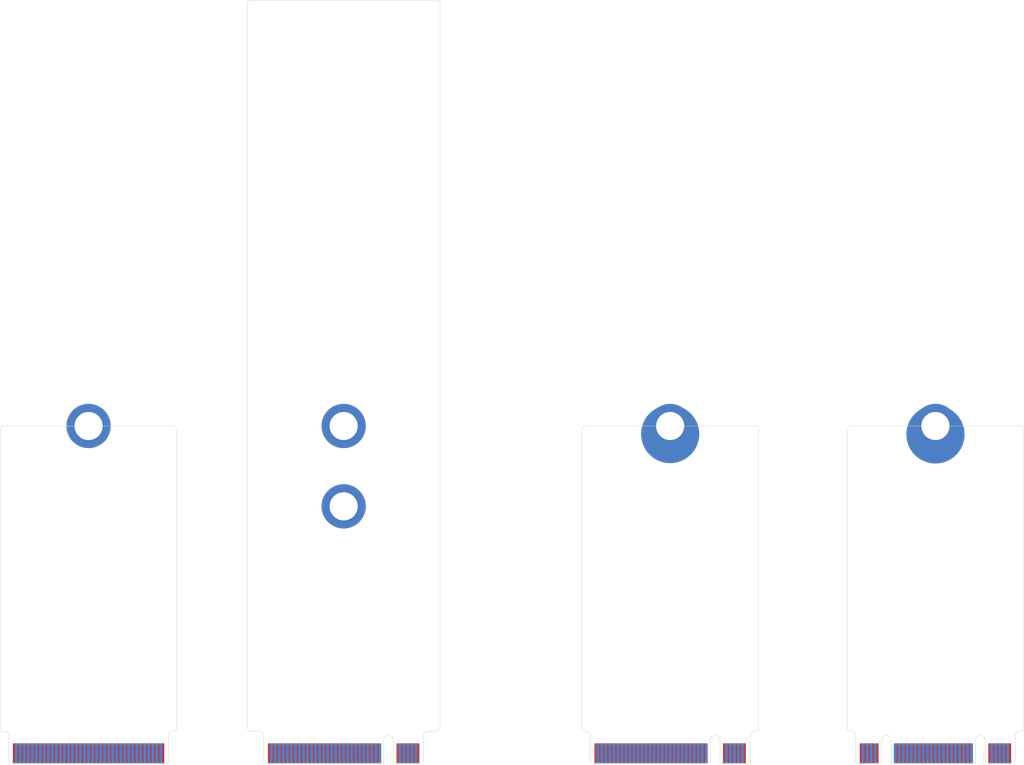
<source format=kicad_pcb>
(kicad_pcb (version 20221018) (generator pcbnew)
  (layers (0 "F.Cu" signal "Top") (31 "B.Cu" signal "Bottom") (34 "B.Paste" user) (35 "F.Paste" user) (36 "B.SilkS" user "B.Silkscreen") (37 "F.SilkS" user "F.Silkscreen") (38 "B.Mask" user) (39 "F.Mask" user) (44 "Edge.Cuts" user))
  (net 0 "")
  (footprint "M.2-Templates:M.2-B-KEY" (layer "F.Cu") (at 168.1861 152.5036)
    (fp_text reference "U$2" hide)
    (fp_text value "M.2-B-KEY" hide)
    (fp_circle (center 0 -41) (end 3 -41) (stroke (width 1.25)) (fill none) (layer "B.Cu"))
    (fp_poly (pts (xy 2.55 -38.45) (xy -2.55 -38.45) (xy -2.55 -43.55) (xy 2.55 -43.55)) (fill solid) (layer "B.Cu"))
    (fp_line (start -11 -41.5) (end -11 -4.2) (stroke (width 0.05)) (layer "Edge.Cuts"))
    (fp_line (start -10.8 -4) (end -10.45 -4) (stroke (width 0.05)) (layer "Edge.Cuts"))
    (fp_line (start -9.95 -3.5) (end -9.95 -0.2) (stroke (width 0.05)) (layer "Edge.Cuts"))
    (fp_line (start -9.75 0) (end 5 0) (stroke (width 0.05)) (layer "Edge.Cuts"))
    (fp_line (start 5 -2.9) (end 5 0) (stroke (width 0.05)) (layer "Edge.Cuts"))
    (fp_line (start 6.2 -2.9) (end 6.2 0) (stroke (width 0.05)) (layer "Edge.Cuts"))
    (fp_line (start 6.2 0) (end 9.75 0) (stroke (width 0.05)) (layer "Edge.Cuts"))
    (fp_line (start 9.95 -0.2) (end 9.95 -3.5) (stroke (width 0.05)) (layer "Edge.Cuts"))
    (fp_line (start 10.45 -4) (end 10.8 -4) (stroke (width 0.05)) (layer "Edge.Cuts"))
    (fp_line (start 10.5 -42) (end -10.5 -42) (stroke (width 0.05)) (layer "Edge.Cuts"))
    (fp_line (start 11 -4.2) (end 11 -41.5) (stroke (width 0.05)) (layer "Edge.Cuts"))
    (fp_arc (start -11 -41.5) (mid -10.853553 -41.853553) (end -10.5 -42) (stroke (width 0.05)) (layer "Edge.Cuts"))
    (fp_arc (start -10.8 -4) (mid -10.941421 -4.058579) (end -11 -4.2) (stroke (width 0.05)) (layer "Edge.Cuts"))
    (fp_arc (start -10.45 -4) (mid -10.096447 -3.853553) (end -9.95 -3.5) (stroke (width 0.05)) (layer "Edge.Cuts"))
    (fp_arc (start -9.75 0) (mid -9.891421 -0.058579) (end -9.95 -0.2) (stroke (width 0.05)) (layer "Edge.Cuts"))
    (fp_arc (start 5 -2.9) (mid 5.175736 -3.324264) (end 5.6 -3.5) (stroke (width 0.05)) (layer "Edge.Cuts"))
    (fp_arc (start 5.6 -3.5) (mid 6.024264 -3.324264) (end 6.2 -2.9) (stroke (width 0.05)) (layer "Edge.Cuts"))
    (fp_arc (start 9.95 -3.5) (mid 10.096447 -3.853553) (end 10.45 -4) (stroke (width 0.05)) (layer "Edge.Cuts"))
    (fp_arc (start 9.95 -0.2) (mid 9.891421 -0.058579) (end 9.75 0) (stroke (width 0.05)) (layer "Edge.Cuts"))
    (fp_arc (start 10.5 -42) (mid 10.853553 -41.853553) (end 11 -41.5) (stroke (width 0.05)) (layer "Edge.Cuts"))
    (fp_arc (start 11 -4.2) (mid 10.941421 -4.058579) (end 10.8 -4) (stroke (width 0.05)) (layer "Edge.Cuts"))
    (pad "MOUNTING-HOLE" thru_hole circle (at 0 -42) (size 5.5 5.5) (drill 3.5) (layers "*.Cu" "*.Mask"))
    (pad "P$1" smd rect (at 9.25 -1.25) (size 0.35 2.5) (layers "F.Cu" "F.Paste" "F.Mask"))
    (pad "P$2" smd rect (at 9 -1.25) (size 0.35 2.5) (layers "B.Cu" "B.Paste" "B.Mask"))
    (pad "P$3" smd rect (at 8.75 -1.25) (size 0.35 2.5) (layers "F.Cu" "F.Paste" "F.Mask"))
    (pad "P$4" smd rect (at 8.5 -1.25) (size 0.35 2.5) (layers "B.Cu" "B.Paste" "B.Mask"))
    (pad "P$5" smd rect (at 8.25 -1.25) (size 0.35 2.5) (layers "F.Cu" "F.Paste" "F.Mask"))
    (pad "P$6" smd rect (at 8 -1.25) (size 0.35 2.5) (layers "B.Cu" "B.Paste" "B.Mask"))
    (pad "P$7" smd rect (at 7.75 -1.25) (size 0.35 2.5) (layers "F.Cu" "F.Paste" "F.Mask"))
    (pad "P$8" smd rect (at 7.5 -1.25) (size 0.35 2.5) (layers "B.Cu" "B.Paste" "B.Mask"))
    (pad "P$9" smd rect (at 7.25 -1.25) (size 0.35 2.5) (layers "F.Cu" "F.Paste" "F.Mask"))
    (pad "P$10" smd rect (at 7 -1.25) (size 0.35 2.5) (layers "B.Cu" "B.Paste" "B.Mask"))
    (pad "P$11" smd rect (at 6.75 -1.25) (size 0.35 2.5) (layers "F.Cu" "F.Paste" "F.Mask"))
    (pad "P$20" smd rect (at 4.5 -1.25) (size 0.35 2.5) (layers "B.Cu" "B.Paste" "B.Mask"))
    (pad "P$21" smd rect (at 4.25 -1.25) (size 0.35 2.5) (layers "F.Cu" "F.Paste" "F.Mask"))
    (pad "P$22" smd rect (at 4 -1.25) (size 0.35 2.5) (layers "B.Cu" "B.Paste" "B.Mask"))
    (pad "P$23" smd rect (at 3.75 -1.25) (size 0.35 2.5) (layers "F.Cu" "F.Paste" "F.Mask"))
    (pad "P$24" smd rect (at 3.5 -1.25) (size 0.35 2.5) (layers "B.Cu" "B.Paste" "B.Mask"))
    (pad "P$25" smd rect (at 3.25 -1.25) (size 0.35 2.5) (layers "F.Cu" "F.Paste" "F.Mask"))
    (pad "P$26" smd rect (at 3 -1.25) (size 0.35 2.5) (layers "B.Cu" "B.Paste" "B.Mask"))
    (pad "P$27" smd rect (at 2.75 -1.25) (size 0.35 2.5) (layers "F.Cu" "F.Paste" "F.Mask"))
    (pad "P$28" smd rect (at 2.5 -1.25) (size 0.35 2.5) (layers "B.Cu" "B.Paste" "B.Mask"))
    (pad "P$29" smd rect (at 2.25 -1.25) (size 0.35 2.5) (layers "F.Cu" "F.Paste" "F.Mask"))
    (pad "P$30" smd rect (at 2 -1.25) (size 0.35 2.5) (layers "B.Cu" "B.Paste" "B.Mask"))
    (pad "P$31" smd rect (at 1.75 -1.25) (size 0.35 2.5) (layers "F.Cu" "F.Paste" "F.Mask"))
    (pad "P$32" smd rect (at 1.5 -1.25) (size 0.35 2.5) (layers "B.Cu" "B.Paste" "B.Mask"))
    (pad "P$33" smd rect (at 1.25 -1.25) (size 0.35 2.5) (layers "F.Cu" "F.Paste" "F.Mask"))
    (pad "P$34" smd rect (at 1 -1.25) (size 0.35 2.5) (layers "B.Cu" "B.Paste" "B.Mask"))
    (pad "P$35" smd rect (at 0.75 -1.25) (size 0.35 2.5) (layers "F.Cu" "F.Paste" "F.Mask"))
    (pad "P$36" smd rect (at 0.5 -1.25) (size 0.35 2.5) (layers "B.Cu" "B.Paste" "B.Mask"))
    (pad "P$37" smd rect (at 0.25 -1.25) (size 0.35 2.5) (layers "F.Cu" "F.Paste" "F.Mask"))
    (pad "P$38" smd rect (at 0 -1.25) (size 0.35 2.5) (layers "B.Cu" "B.Paste" "B.Mask"))
    (pad "P$39" smd rect (at -0.25 -1.25) (size 0.35 2.5) (layers "F.Cu" "F.Paste" "F.Mask"))
    (pad "P$40" smd rect (at -0.5 -1.25) (size 0.35 2.5) (layers "B.Cu" "B.Paste" "B.Mask"))
    (pad "P$41" smd rect (at -0.75 -1.25) (size 0.35 2.5) (layers "F.Cu" "F.Paste" "F.Mask"))
    (pad "P$42" smd rect (at -1 -1.25) (size 0.35 2.5) (layers "B.Cu" "B.Paste" "B.Mask"))
    (pad "P$43" smd rect (at -1.25 -1.25) (size 0.35 2.5) (layers "F.Cu" "F.Paste" "F.Mask"))
    (pad "P$44" smd rect (at -1.5 -1.25) (size 0.35 2.5) (layers "B.Cu" "B.Paste" "B.Mask"))
    (pad "P$45" smd rect (at -1.75 -1.25) (size 0.35 2.5) (layers "F.Cu" "F.Paste" "F.Mask"))
    (pad "P$46" smd rect (at -2 -1.25) (size 0.35 2.5) (layers "B.Cu" "B.Paste" "B.Mask"))
    (pad "P$47" smd rect (at -2.25 -1.25) (size 0.35 2.5) (layers "F.Cu" "F.Paste" "F.Mask"))
    (pad "P$48" smd rect (at -2.5 -1.25) (size 0.35 2.5) (layers "B.Cu" "B.Paste" "B.Mask"))
    (pad "P$49" smd rect (at -2.75 -1.25) (size 0.35 2.5) (layers "F.Cu" "F.Paste" "F.Mask"))
    (pad "P$50" smd rect (at -3 -1.25) (size 0.35 2.5) (layers "B.Cu" "B.Paste" "B.Mask"))
    (pad "P$51" smd rect (at -3.25 -1.25) (size 0.35 2.5) (layers "F.Cu" "F.Paste" "F.Mask"))
    (pad "P$52" smd rect (at -3.5 -1.25) (size 0.35 2.5) (layers "B.Cu" "B.Paste" "B.Mask"))
    (pad "P$53" smd rect (at -3.75 -1.25) (size 0.35 2.5) (layers "F.Cu" "F.Paste" "F.Mask"))
    (pad "P$54" smd rect (at -4 -1.25) (size 0.35 2.5) (layers "B.Cu" "B.Paste" "B.Mask"))
    (pad "P$55" smd rect (at -4.25 -1.25) (size 0.35 2.5) (layers "F.Cu" "F.Paste" "F.Mask"))
    (pad "P$56" smd rect (at -4.5 -1.25) (size 0.35 2.5) (layers "B.Cu" "B.Paste" "B.Mask"))
    (pad "P$57" smd rect (at -4.75 -1.25) (size 0.35 2.5) (layers "F.Cu" "F.Paste" "F.Mask"))
    (pad "P$58" smd rect (at -5 -1.25) (size 0.35 2.5) (layers "B.Cu" "B.Paste" "B.Mask"))
    (pad "P$59" smd rect (at -5.25 -1.25) (size 0.35 2.5) (layers "F.Cu" "F.Paste" "F.Mask"))
    (pad "P$60" smd rect (at -5.5 -1.25) (size 0.35 2.5) (layers "B.Cu" "B.Paste" "B.Mask"))
    (pad "P$61" smd rect (at -5.75 -1.25) (size 0.35 2.5) (layers "F.Cu" "F.Paste" "F.Mask"))
    (pad "P$62" smd rect (at -6 -1.25) (size 0.35 2.5) (layers "B.Cu" "B.Paste" "B.Mask"))
    (pad "P$63" smd rect (at -6.25 -1.25) (size 0.35 2.5) (layers "F.Cu" "F.Paste" "F.Mask"))
    (pad "P$64" smd rect (at -6.5 -1.25) (size 0.35 2.5) (layers "B.Cu" "B.Paste" "B.Mask"))
    (pad "P$65" smd rect (at -6.75 -1.25) (size 0.35 2.5) (layers "F.Cu" "F.Paste" "F.Mask"))
    (pad "P$66" smd rect (at -7 -1.25) (size 0.35 2.5) (layers "B.Cu" "B.Paste" "B.Mask"))
    (pad "P$67" smd rect (at -7.25 -1.25) (size 0.35 2.5) (layers "F.Cu" "F.Paste" "F.Mask"))
    (pad "P$68" smd rect (at -7.5 -1.25) (size 0.35 2.5) (layers "B.Cu" "B.Paste" "B.Mask"))
    (pad "P$69" smd rect (at -7.75 -1.25) (size 0.35 2.5) (layers "F.Cu" "F.Paste" "F.Mask"))
    (pad "P$70" smd rect (at -8 -1.25) (size 0.35 2.5) (layers "B.Cu" "B.Paste" "B.Mask"))
    (pad "P$71" smd rect (at -8.25 -1.25) (size 0.35 2.5) (layers "F.Cu" "F.Paste" "F.Mask"))
    (pad "P$72" smd rect (at -8.5 -1.25) (size 0.35 2.5) (layers "B.Cu" "B.Paste" "B.Mask"))
    (pad "P$73" smd rect (at -8.75 -1.25) (size 0.35 2.5) (layers "F.Cu" "F.Paste" "F.Mask"))
    (pad "P$74" smd rect (at -9 -1.25) (size 0.35 2.5) (layers "B.Cu" "B.Paste" "B.Mask"))
    (pad "P$75" smd rect (at -9.25 -1.25) (size 0.35 2.5) (layers "F.Cu" "F.Paste" "F.Mask"))
  )
  (footprint "M.2-Templates:M.2-B+M-KEY" (layer "F.Cu") (at 201.2061 152.5036)
    (fp_text reference "U$1" hide)
    (fp_text value "M.2-B+M-KEY" hide)
    (fp_circle (center 0 -40.95) (end 3 -40.95) (stroke (width 1.25)) (fill none) (layer "B.Cu"))
    (fp_poly (pts (xy 2.55 -38.45) (xy -2.55 -38.45) (xy -2.55 -43.55) (xy 2.55 -43.55)) (fill solid) (layer "B.Cu"))
    (fp_line (start -11 -41.5) (end -11 -4.2) (stroke (width 0.05)) (layer "Edge.Cuts"))
    (fp_line (start -10.8 -4) (end -10.45 -4) (stroke (width 0.05)) (layer "Edge.Cuts"))
    (fp_line (start -9.95 -3.5) (end -9.95 -0.2) (stroke (width 0.05)) (layer "Edge.Cuts"))
    (fp_line (start -6.725 -2.9) (end -6.725 0) (stroke (width 0.05)) (layer "Edge.Cuts"))
    (fp_line (start -6.725 0) (end -9.75 0) (stroke (width 0.05)) (layer "Edge.Cuts"))
    (fp_line (start -5.525 -2.9) (end -5.525 0) (stroke (width 0.05)) (layer "Edge.Cuts"))
    (fp_line (start -5.525 0) (end 5 0) (stroke (width 0.05)) (layer "Edge.Cuts"))
    (fp_line (start 5 -2.9) (end 5 0) (stroke (width 0.05)) (layer "Edge.Cuts"))
    (fp_line (start 6.2 -2.9) (end 6.2 0) (stroke (width 0.05)) (layer "Edge.Cuts"))
    (fp_line (start 6.2 0) (end 9.75 0) (stroke (width 0.05)) (layer "Edge.Cuts"))
    (fp_line (start 9.95 -0.2) (end 9.95 -3.5) (stroke (width 0.05)) (layer "Edge.Cuts"))
    (fp_line (start 10.45 -4) (end 10.8 -4) (stroke (width 0.05)) (layer "Edge.Cuts"))
    (fp_line (start 10.5 -42) (end -10.5 -42) (stroke (width 0.05)) (layer "Edge.Cuts"))
    (fp_line (start 11 -4.2) (end 11 -41.5) (stroke (width 0.05)) (layer "Edge.Cuts"))
    (fp_arc (start -11 -41.5) (mid -10.853553 -41.853553) (end -10.5 -42) (stroke (width 0.05)) (layer "Edge.Cuts"))
    (fp_arc (start -10.8 -4) (mid -10.941421 -4.058579) (end -11 -4.2) (stroke (width 0.05)) (layer "Edge.Cuts"))
    (fp_arc (start -10.45 -4) (mid -10.096447 -3.853553) (end -9.95 -3.5) (stroke (width 0.05)) (layer "Edge.Cuts"))
    (fp_arc (start -9.75 0) (mid -9.891421 -0.058579) (end -9.95 -0.2) (stroke (width 0.05)) (layer "Edge.Cuts"))
    (fp_arc (start -6.725 -2.9) (mid -6.549264 -3.324264) (end -6.125 -3.5) (stroke (width 0.05)) (layer "Edge.Cuts"))
    (fp_arc (start -6.125 -3.5) (mid -5.700736 -3.324264) (end -5.525 -2.9) (stroke (width 0.05)) (layer "Edge.Cuts"))
    (fp_arc (start 5 -2.9) (mid 5.175736 -3.324264) (end 5.6 -3.5) (stroke (width 0.05)) (layer "Edge.Cuts"))
    (fp_arc (start 5.6 -3.5) (mid 6.024264 -3.324264) (end 6.2 -2.9) (stroke (width 0.05)) (layer "Edge.Cuts"))
    (fp_arc (start 9.95 -3.5) (mid 10.096447 -3.853553) (end 10.45 -4) (stroke (width 0.05)) (layer "Edge.Cuts"))
    (fp_arc (start 9.95 -0.2) (mid 9.891421 -0.058579) (end 9.75 0) (stroke (width 0.05)) (layer "Edge.Cuts"))
    (fp_arc (start 10.5 -42) (mid 10.853553 -41.853553) (end 11 -41.5) (stroke (width 0.05)) (layer "Edge.Cuts"))
    (fp_arc (start 11 -4.2) (mid 10.941421 -4.058579) (end 10.8 -4) (stroke (width 0.05)) (layer "Edge.Cuts"))
    (pad "MOUNTING-HOLE" thru_hole circle (at 0 -42) (size 5.5 5.5) (drill 3.5) (layers "*.Cu" "*.Mask"))
    (pad "P$1" smd rect (at 9.25 -1.25) (size 0.35 2.5) (layers "F.Cu" "F.Paste" "F.Mask"))
    (pad "P$2" smd rect (at 9 -1.25) (size 0.35 2.5) (layers "B.Cu" "B.Paste" "B.Mask"))
    (pad "P$3" smd rect (at 8.75 -1.25) (size 0.35 2.5) (layers "F.Cu" "F.Paste" "F.Mask"))
    (pad "P$4" smd rect (at 8.5 -1.25) (size 0.35 2.5) (layers "B.Cu" "B.Paste" "B.Mask"))
    (pad "P$5" smd rect (at 8.25 -1.25) (size 0.35 2.5) (layers "F.Cu" "F.Paste" "F.Mask"))
    (pad "P$6" smd rect (at 8 -1.25) (size 0.35 2.5) (layers "B.Cu" "B.Paste" "B.Mask"))
    (pad "P$7" smd rect (at 7.75 -1.25) (size 0.35 2.5) (layers "F.Cu" "F.Paste" "F.Mask"))
    (pad "P$8" smd rect (at 7.5 -1.25) (size 0.35 2.5) (layers "B.Cu" "B.Paste" "B.Mask"))
    (pad "P$9" smd rect (at 7.25 -1.25) (size 0.35 2.5) (layers "F.Cu" "F.Paste" "F.Mask"))
    (pad "P$10" smd rect (at 7 -1.25) (size 0.35 2.5) (layers "B.Cu" "B.Paste" "B.Mask"))
    (pad "P$11" smd rect (at 6.75 -1.25) (size 0.35 2.5) (layers "F.Cu" "F.Paste" "F.Mask"))
    (pad "P$20" smd rect (at 4.5 -1.25) (size 0.35 2.5) (layers "B.Cu" "B.Paste" "B.Mask"))
    (pad "P$21" smd rect (at 4.25 -1.25) (size 0.35 2.5) (layers "F.Cu" "F.Paste" "F.Mask"))
    (pad "P$22" smd rect (at 4 -1.25) (size 0.35 2.5) (layers "B.Cu" "B.Paste" "B.Mask"))
    (pad "P$23" smd rect (at 3.75 -1.25) (size 0.35 2.5) (layers "F.Cu" "F.Paste" "F.Mask"))
    (pad "P$24" smd rect (at 3.5 -1.25) (size 0.35 2.5) (layers "B.Cu" "B.Paste" "B.Mask"))
    (pad "P$25" smd rect (at 3.25 -1.25) (size 0.35 2.5) (layers "F.Cu" "F.Paste" "F.Mask"))
    (pad "P$26" smd rect (at 3 -1.25) (size 0.35 2.5) (layers "B.Cu" "B.Paste" "B.Mask"))
    (pad "P$27" smd rect (at 2.75 -1.25) (size 0.35 2.5) (layers "F.Cu" "F.Paste" "F.Mask"))
    (pad "P$28" smd rect (at 2.5 -1.25) (size 0.35 2.5) (layers "B.Cu" "B.Paste" "B.Mask"))
    (pad "P$29" smd rect (at 2.25 -1.25) (size 0.35 2.5) (layers "F.Cu" "F.Paste" "F.Mask"))
    (pad "P$30" smd rect (at 2 -1.25) (size 0.35 2.5) (layers "B.Cu" "B.Paste" "B.Mask"))
    (pad "P$31" smd rect (at 1.75 -1.25) (size 0.35 2.5) (layers "F.Cu" "F.Paste" "F.Mask"))
    (pad "P$32" smd rect (at 1.5 -1.25) (size 0.35 2.5) (layers "B.Cu" "B.Paste" "B.Mask"))
    (pad "P$33" smd rect (at 1.25 -1.25) (size 0.35 2.5) (layers "F.Cu" "F.Paste" "F.Mask"))
    (pad "P$34" smd rect (at 1 -1.25) (size 0.35 2.5) (layers "B.Cu" "B.Paste" "B.Mask"))
    (pad "P$35" smd rect (at 0.75 -1.25) (size 0.35 2.5) (layers "F.Cu" "F.Paste" "F.Mask"))
    (pad "P$36" smd rect (at 0.5 -1.25) (size 0.35 2.5) (layers "B.Cu" "B.Paste" "B.Mask"))
    (pad "P$37" smd rect (at 0.25 -1.25) (size 0.35 2.5) (layers "F.Cu" "F.Paste" "F.Mask"))
    (pad "P$38" smd rect (at 0 -1.25) (size 0.35 2.5) (layers "B.Cu" "B.Paste" "B.Mask"))
    (pad "P$39" smd rect (at -0.25 -1.25) (size 0.35 2.5) (layers "F.Cu" "F.Paste" "F.Mask"))
    (pad "P$40" smd rect (at -0.5 -1.25) (size 0.35 2.5) (layers "B.Cu" "B.Paste" "B.Mask"))
    (pad "P$41" smd rect (at -0.75 -1.25) (size 0.35 2.5) (layers "F.Cu" "F.Paste" "F.Mask"))
    (pad "P$42" smd rect (at -1 -1.25) (size 0.35 2.5) (layers "B.Cu" "B.Paste" "B.Mask"))
    (pad "P$43" smd rect (at -1.25 -1.25) (size 0.35 2.5) (layers "F.Cu" "F.Paste" "F.Mask"))
    (pad "P$44" smd rect (at -1.5 -1.25) (size 0.35 2.5) (layers "B.Cu" "B.Paste" "B.Mask"))
    (pad "P$45" smd rect (at -1.75 -1.25) (size 0.35 2.5) (layers "F.Cu" "F.Paste" "F.Mask"))
    (pad "P$46" smd rect (at -2 -1.25) (size 0.35 2.5) (layers "B.Cu" "B.Paste" "B.Mask"))
    (pad "P$47" smd rect (at -2.25 -1.25) (size 0.35 2.5) (layers "F.Cu" "F.Paste" "F.Mask"))
    (pad "P$48" smd rect (at -2.5 -1.25) (size 0.35 2.5) (layers "B.Cu" "B.Paste" "B.Mask"))
    (pad "P$49" smd rect (at -2.75 -1.25) (size 0.35 2.5) (layers "F.Cu" "F.Paste" "F.Mask"))
    (pad "P$50" smd rect (at -3 -1.25) (size 0.35 2.5) (layers "B.Cu" "B.Paste" "B.Mask"))
    (pad "P$51" smd rect (at -3.25 -1.25) (size 0.35 2.5) (layers "F.Cu" "F.Paste" "F.Mask"))
    (pad "P$52" smd rect (at -3.5 -1.25) (size 0.35 2.5) (layers "B.Cu" "B.Paste" "B.Mask"))
    (pad "P$53" smd rect (at -3.75 -1.25) (size 0.35 2.5) (layers "F.Cu" "F.Paste" "F.Mask"))
    (pad "P$54" smd rect (at -4 -1.25) (size 0.35 2.5) (layers "B.Cu" "B.Paste" "B.Mask"))
    (pad "P$55" smd rect (at -4.25 -1.25) (size 0.35 2.5) (layers "F.Cu" "F.Paste" "F.Mask"))
    (pad "P$56" smd rect (at -4.5 -1.25) (size 0.35 2.5) (layers "B.Cu" "B.Paste" "B.Mask"))
    (pad "P$57" smd rect (at -4.75 -1.25) (size 0.35 2.5) (layers "F.Cu" "F.Paste" "F.Mask"))
    (pad "P$58" smd rect (at -5 -1.25) (size 0.35 2.5) (layers "B.Cu" "B.Paste" "B.Mask"))
    (pad "P$67" smd rect (at -7.25 -1.25) (size 0.35 2.5) (layers "F.Cu" "F.Paste" "F.Mask"))
    (pad "P$68" smd rect (at -7.5 -1.25) (size 0.35 2.5) (layers "B.Cu" "B.Paste" "B.Mask"))
    (pad "P$69" smd rect (at -7.75 -1.25) (size 0.35 2.5) (layers "F.Cu" "F.Paste" "F.Mask"))
    (pad "P$70" smd rect (at -8 -1.25) (size 0.35 2.5) (layers "B.Cu" "B.Paste" "B.Mask"))
    (pad "P$71" smd rect (at -8.25 -1.25) (size 0.35 2.5) (layers "F.Cu" "F.Paste" "F.Mask"))
    (pad "P$72" smd rect (at -8.5 -1.25) (size 0.35 2.5) (layers "B.Cu" "B.Paste" "B.Mask"))
    (pad "P$73" smd rect (at -8.75 -1.25) (size 0.35 2.5) (layers "F.Cu" "F.Paste" "F.Mask"))
    (pad "P$74" smd rect (at -9 -1.25) (size 0.35 2.5) (layers "B.Cu" "B.Paste" "B.Mask"))
    (pad "P$75" smd rect (at -9.25 -1.25) (size 0.35 2.5) (layers "F.Cu" "F.Paste" "F.Mask"))
  )
  (footprint "M.2-Templates:M.2-B-KEY-2280-ADAPTER" (layer "F.Cu") (at 127.5461 152.5036)
    (fp_text reference "U$3" hide)
    (fp_text value "M.2-B-KEY-2280-ADAPTER" hide)
    (fp_line (start -12 -94.5) (end -12 -4.5) (stroke (width 0.05)) (layer "Edge.Cuts"))
    (fp_line (start -11.5 -4) (end -11 -4) (stroke (width 0.05)) (layer "Edge.Cuts"))
    (fp_line (start -11 -95) (end -11.5 -95) (stroke (width 0.05)) (layer "Edge.Cuts"))
    (fp_line (start -11 -4) (end -10.45 -4) (stroke (width 0.05)) (layer "Edge.Cuts"))
    (fp_line (start -9.95 -3.5) (end -9.95 -0.2) (stroke (width 0.05)) (layer "Edge.Cuts"))
    (fp_line (start -9.75 0) (end 5 0) (stroke (width 0.05)) (layer "Edge.Cuts"))
    (fp_line (start 5 -2.9) (end 5 0) (stroke (width 0.05)) (layer "Edge.Cuts"))
    (fp_line (start 6.2 -2.9) (end 6.2 0) (stroke (width 0.05)) (layer "Edge.Cuts"))
    (fp_line (start 6.2 0) (end 9.75 0) (stroke (width 0.05)) (layer "Edge.Cuts"))
    (fp_line (start 9.95 -0.2) (end 9.95 -3.5) (stroke (width 0.05)) (layer "Edge.Cuts"))
    (fp_line (start 11 -4) (end 10.45 -4) (stroke (width 0.05)) (layer "Edge.Cuts"))
    (fp_line (start 11.5 -95) (end -11 -95) (stroke (width 0.05)) (layer "Edge.Cuts"))
    (fp_line (start 11.5 -4) (end 11 -4) (stroke (width 0.05)) (layer "Edge.Cuts"))
    (fp_line (start 12 -4.5) (end 12 -94.5) (stroke (width 0.05)) (layer "Edge.Cuts"))
    (fp_arc (start -12 -94.5) (mid -11.853553 -94.853553) (end -11.5 -95) (stroke (width 0.05)) (layer "Edge.Cuts"))
    (fp_arc (start -11.5 -4) (mid -11.853553 -4.146447) (end -12 -4.5) (stroke (width 0.05)) (layer "Edge.Cuts"))
    (fp_arc (start -10.45 -4) (mid -10.096447 -3.853553) (end -9.95 -3.5) (stroke (width 0.05)) (layer "Edge.Cuts"))
    (fp_arc (start -9.75 0) (mid -9.891421 -0.058579) (end -9.95 -0.2) (stroke (width 0.05)) (layer "Edge.Cuts"))
    (fp_arc (start 5 -2.9) (mid 5.175736 -3.324264) (end 5.6 -3.5) (stroke (width 0.05)) (layer "Edge.Cuts"))
    (fp_arc (start 5.6 -3.5) (mid 6.024264 -3.324264) (end 6.2 -2.9) (stroke (width 0.05)) (layer "Edge.Cuts"))
    (fp_arc (start 9.95 -3.5) (mid 10.096447 -3.853553) (end 10.45 -4) (stroke (width 0.05)) (layer "Edge.Cuts"))
    (fp_arc (start 9.95 -0.2) (mid 9.891421 -0.058579) (end 9.75 0) (stroke (width 0.05)) (layer "Edge.Cuts"))
    (fp_arc (start 11.5 -95) (mid 11.853553 -94.853553) (end 12 -94.5) (stroke (width 0.05)) (layer "Edge.Cuts"))
    (fp_arc (start 12 -4.5) (mid 11.853553 -4.146447) (end 11.5 -4) (stroke (width 0.05)) (layer "Edge.Cuts"))
    (pad "MOUNTING-HOLE" thru_hole circle (at 0 -42) (size 5.5 5.5) (drill 3.5) (layers "*.Cu" "*.Mask"))
    (pad "MOUNTING-HOLE2" thru_hole circle (at 0 -32) (size 5.5 5.5) (drill 3.5) (layers "*.Cu" "*.Mask"))
    (pad "P$1" smd rect (at 9.25 -1.25) (size 0.35 2.5) (layers "F.Cu" "F.Paste" "F.Mask"))
    (pad "P$2" smd rect (at 9 -1.25) (size 0.35 2.5) (layers "B.Cu" "B.Paste" "B.Mask"))
    (pad "P$3" smd rect (at 8.75 -1.25) (size 0.35 2.5) (layers "F.Cu" "F.Paste" "F.Mask"))
    (pad "P$4" smd rect (at 8.5 -1.25) (size 0.35 2.5) (layers "B.Cu" "B.Paste" "B.Mask"))
    (pad "P$5" smd rect (at 8.25 -1.25) (size 0.35 2.5) (layers "F.Cu" "F.Paste" "F.Mask"))
    (pad "P$6" smd rect (at 8 -1.25) (size 0.35 2.5) (layers "B.Cu" "B.Paste" "B.Mask"))
    (pad "P$7" smd rect (at 7.75 -1.25) (size 0.35 2.5) (layers "F.Cu" "F.Paste" "F.Mask"))
    (pad "P$8" smd rect (at 7.5 -1.25) (size 0.35 2.5) (layers "B.Cu" "B.Paste" "B.Mask"))
    (pad "P$9" smd rect (at 7.25 -1.25) (size 0.35 2.5) (layers "F.Cu" "F.Paste" "F.Mask"))
    (pad "P$10" smd rect (at 7 -1.25) (size 0.35 2.5) (layers "B.Cu" "B.Paste" "B.Mask"))
    (pad "P$11" smd rect (at 6.75 -1.25) (size 0.35 2.5) (layers "F.Cu" "F.Paste" "F.Mask"))
    (pad "P$20" smd rect (at 4.5 -1.25) (size 0.35 2.5) (layers "B.Cu" "B.Paste" "B.Mask"))
    (pad "P$21" smd rect (at 4.25 -1.25) (size 0.35 2.5) (layers "F.Cu" "F.Paste" "F.Mask"))
    (pad "P$22" smd rect (at 4 -1.25) (size 0.35 2.5) (layers "B.Cu" "B.Paste" "B.Mask"))
    (pad "P$23" smd rect (at 3.75 -1.25) (size 0.35 2.5) (layers "F.Cu" "F.Paste" "F.Mask"))
    (pad "P$24" smd rect (at 3.5 -1.25) (size 0.35 2.5) (layers "B.Cu" "B.Paste" "B.Mask"))
    (pad "P$25" smd rect (at 3.25 -1.25) (size 0.35 2.5) (layers "F.Cu" "F.Paste" "F.Mask"))
    (pad "P$26" smd rect (at 3 -1.25) (size 0.35 2.5) (layers "B.Cu" "B.Paste" "B.Mask"))
    (pad "P$27" smd rect (at 2.75 -1.25) (size 0.35 2.5) (layers "F.Cu" "F.Paste" "F.Mask"))
    (pad "P$28" smd rect (at 2.5 -1.25) (size 0.35 2.5) (layers "B.Cu" "B.Paste" "B.Mask"))
    (pad "P$29" smd rect (at 2.25 -1.25) (size 0.35 2.5) (layers "F.Cu" "F.Paste" "F.Mask"))
    (pad "P$30" smd rect (at 2 -1.25) (size 0.35 2.5) (layers "B.Cu" "B.Paste" "B.Mask"))
    (pad "P$31" smd rect (at 1.75 -1.25) (size 0.35 2.5) (layers "F.Cu" "F.Paste" "F.Mask"))
    (pad "P$32" smd rect (at 1.5 -1.25) (size 0.35 2.5) (layers "B.Cu" "B.Paste" "B.Mask"))
    (pad "P$33" smd rect (at 1.25 -1.25) (size 0.35 2.5) (layers "F.Cu" "F.Paste" "F.Mask"))
    (pad "P$34" smd rect (at 1 -1.25) (size 0.35 2.5) (layers "B.Cu" "B.Paste" "B.Mask"))
    (pad "P$35" smd rect (at 0.75 -1.25) (size 0.35 2.5) (layers "F.Cu" "F.Paste" "F.Mask"))
    (pad "P$36" smd rect (at 0.5 -1.25) (size 0.35 2.5) (layers "B.Cu" "B.Paste" "B.Mask"))
    (pad "P$37" smd rect (at 0.25 -1.25) (size 0.35 2.5) (layers "F.Cu" "F.Paste" "F.Mask"))
    (pad "P$38" smd rect (at 0 -1.25) (size 0.35 2.5) (layers "B.Cu" "B.Paste" "B.Mask"))
    (pad "P$39" smd rect (at -0.25 -1.25) (size 0.35 2.5) (layers "F.Cu" "F.Paste" "F.Mask"))
    (pad "P$40" smd rect (at -0.5 -1.25) (size 0.35 2.5) (layers "B.Cu" "B.Paste" "B.Mask"))
    (pad "P$41" smd rect (at -0.75 -1.25) (size 0.35 2.5) (layers "F.Cu" "F.Paste" "F.Mask"))
    (pad "P$42" smd rect (at -1 -1.25) (size 0.35 2.5) (layers "B.Cu" "B.Paste" "B.Mask"))
    (pad "P$43" smd rect (at -1.25 -1.25) (size 0.35 2.5) (layers "F.Cu" "F.Paste" "F.Mask"))
    (pad "P$44" smd rect (at -1.5 -1.25) (size 0.35 2.5) (layers "B.Cu" "B.Paste" "B.Mask"))
    (pad "P$45" smd rect (at -1.75 -1.25) (size 0.35 2.5) (layers "F.Cu" "F.Paste" "F.Mask"))
    (pad "P$46" smd rect (at -2 -1.25) (size 0.35 2.5) (layers "B.Cu" "B.Paste" "B.Mask"))
    (pad "P$47" smd rect (at -2.25 -1.25) (size 0.35 2.5) (layers "F.Cu" "F.Paste" "F.Mask"))
    (pad "P$48" smd rect (at -2.5 -1.25) (size 0.35 2.5) (layers "B.Cu" "B.Paste" "B.Mask"))
    (pad "P$49" smd rect (at -2.75 -1.25) (size 0.35 2.5) (layers "F.Cu" "F.Paste" "F.Mask"))
    (pad "P$50" smd rect (at -3 -1.25) (size 0.35 2.5) (layers "B.Cu" "B.Paste" "B.Mask"))
    (pad "P$51" smd rect (at -3.25 -1.25) (size 0.35 2.5) (layers "F.Cu" "F.Paste" "F.Mask"))
    (pad "P$52" smd rect (at -3.5 -1.25) (size 0.35 2.5) (layers "B.Cu" "B.Paste" "B.Mask"))
    (pad "P$53" smd rect (at -3.75 -1.25) (size 0.35 2.5) (layers "F.Cu" "F.Paste" "F.Mask"))
    (pad "P$54" smd rect (at -4 -1.25) (size 0.35 2.5) (layers "B.Cu" "B.Paste" "B.Mask"))
    (pad "P$55" smd rect (at -4.25 -1.25) (size 0.35 2.5) (layers "F.Cu" "F.Paste" "F.Mask"))
    (pad "P$56" smd rect (at -4.5 -1.25) (size 0.35 2.5) (layers "B.Cu" "B.Paste" "B.Mask"))
    (pad "P$57" smd rect (at -4.75 -1.25) (size 0.35 2.5) (layers "F.Cu" "F.Paste" "F.Mask"))
    (pad "P$58" smd rect (at -5 -1.25) (size 0.35 2.5) (layers "B.Cu" "B.Paste" "B.Mask"))
    (pad "P$59" smd rect (at -5.25 -1.25) (size 0.35 2.5) (layers "F.Cu" "F.Paste" "F.Mask"))
    (pad "P$60" smd rect (at -5.5 -1.25) (size 0.35 2.5) (layers "B.Cu" "B.Paste" "B.Mask"))
    (pad "P$61" smd rect (at -5.75 -1.25) (size 0.35 2.5) (layers "F.Cu" "F.Paste" "F.Mask"))
    (pad "P$62" smd rect (at -6 -1.25) (size 0.35 2.5) (layers "B.Cu" "B.Paste" "B.Mask"))
    (pad "P$63" smd rect (at -6.25 -1.25) (size 0.35 2.5) (layers "F.Cu" "F.Paste" "F.Mask"))
    (pad "P$64" smd rect (at -6.5 -1.25) (size 0.35 2.5) (layers "B.Cu" "B.Paste" "B.Mask"))
    (pad "P$65" smd rect (at -6.75 -1.25) (size 0.35 2.5) (layers "F.Cu" "F.Paste" "F.Mask"))
    (pad "P$66" smd rect (at -7 -1.25) (size 0.35 2.5) (layers "B.Cu" "B.Paste" "B.Mask"))
    (pad "P$67" smd rect (at -7.25 -1.25) (size 0.35 2.5) (layers "F.Cu" "F.Paste" "F.Mask"))
    (pad "P$68" smd rect (at -7.5 -1.25) (size 0.35 2.5) (layers "B.Cu" "B.Paste" "B.Mask"))
    (pad "P$69" smd rect (at -7.75 -1.25) (size 0.35 2.5) (layers "F.Cu" "F.Paste" "F.Mask"))
    (pad "P$70" smd rect (at -8 -1.25) (size 0.35 2.5) (layers "B.Cu" "B.Paste" "B.Mask"))
    (pad "P$71" smd rect (at -8.25 -1.25) (size 0.35 2.5) (layers "F.Cu" "F.Paste" "F.Mask"))
    (pad "P$72" smd rect (at -8.5 -1.25) (size 0.35 2.5) (layers "B.Cu" "B.Paste" "B.Mask"))
    (pad "P$73" smd rect (at -8.75 -1.25) (size 0.35 2.5) (layers "F.Cu" "F.Paste" "F.Mask"))
    (pad "P$74" smd rect (at -9 -1.25) (size 0.35 2.5) (layers "B.Cu" "B.Paste" "B.Mask"))
    (pad "P$75" smd rect (at -9.25 -1.25) (size 0.35 2.5) (layers "F.Cu" "F.Paste" "F.Mask"))
  )
  (footprint "M.2-Templates:M.2-KEY-BLANK" (layer "F.Cu") (at 95.7961 152.5036)
    (fp_text reference "U$4" hide)
    (fp_text value "M.2-NO-KEY" hide)
    (fp_line (start -11 -41.5) (end -11 -4.2) (stroke (width 0.05)) (layer "Edge.Cuts"))
    (fp_line (start -10.8 -4) (end -10.45 -4) (stroke (width 0.05)) (layer "Edge.Cuts"))
    (fp_line (start -9.95 -3.5) (end -9.95 -0.2) (stroke (width 0.05)) (layer "Edge.Cuts"))
    (fp_line (start -9.75 0) (end 9.75 0) (stroke (width 0.05)) (layer "Edge.Cuts"))
    (fp_line (start 9.95 -0.2) (end 9.95 -3.5) (stroke (width 0.05)) (layer "Edge.Cuts"))
    (fp_line (start 10.45 -4) (end 10.8 -4) (stroke (width 0.05)) (layer "Edge.Cuts"))
    (fp_line (start 10.5 -42) (end -10.5 -42) (stroke (width 0.05)) (layer "Edge.Cuts"))
    (fp_line (start 11 -4.2) (end 11 -41.5) (stroke (width 0.05)) (layer "Edge.Cuts"))
    (fp_arc (start -11 -41.5) (mid -10.853553 -41.853553) (end -10.5 -42) (stroke (width 0.05)) (layer "Edge.Cuts"))
    (fp_arc (start -10.8 -4) (mid -10.941421 -4.058579) (end -11 -4.2) (stroke (width 0.05)) (layer "Edge.Cuts"))
    (fp_arc (start -10.45 -4) (mid -10.096447 -3.853553) (end -9.95 -3.5) (stroke (width 0.05)) (layer "Edge.Cuts"))
    (fp_arc (start -9.75 0) (mid -9.891421 -0.058579) (end -9.95 -0.2) (stroke (width 0.05)) (layer "Edge.Cuts"))
    (fp_arc (start 9.95 -3.5) (mid 10.096447 -3.853553) (end 10.45 -4) (stroke (width 0.05)) (layer "Edge.Cuts"))
    (fp_arc (start 9.95 -0.2) (mid 9.891421 -0.058579) (end 9.75 0) (stroke (width 0.05)) (layer "Edge.Cuts"))
    (fp_arc (start 10.5 -42) (mid 10.853553 -41.853553) (end 11 -41.5) (stroke (width 0.05)) (layer "Edge.Cuts"))
    (fp_arc (start 11 -4.2) (mid 10.941421 -4.058579) (end 10.8 -4) (stroke (width 0.05)) (layer "Edge.Cuts"))
    (pad "MOUNTING-HOLE" thru_hole circle (at 0 -42) (size 5.5 5.5) (drill 3.5) (layers "*.Cu" "*.Mask"))
    (pad "P$1" smd rect (at 9.25 -1.25) (size 0.35 2.5) (layers "F.Cu" "F.Paste" "F.Mask"))
    (pad "P$2" smd rect (at 9 -1.25) (size 0.35 2.5) (layers "B.Cu" "B.Paste" "B.Mask"))
    (pad "P$3" smd rect (at 8.75 -1.25) (size 0.35 2.5) (layers "F.Cu" "F.Paste" "F.Mask"))
    (pad "P$4" smd rect (at 8.5 -1.25) (size 0.35 2.5) (layers "B.Cu" "B.Paste" "B.Mask"))
    (pad "P$5" smd rect (at 8.25 -1.25) (size 0.35 2.5) (layers "F.Cu" "F.Paste" "F.Mask"))
    (pad "P$6" smd rect (at 8 -1.25) (size 0.35 2.5) (layers "B.Cu" "B.Paste" "B.Mask"))
    (pad "P$7" smd rect (at 7.75 -1.25) (size 0.35 2.5) (layers "F.Cu" "F.Paste" "F.Mask"))
    (pad "P$8" smd rect (at 7.5 -1.25) (size 0.35 2.5) (layers "B.Cu" "B.Paste" "B.Mask"))
    (pad "P$9" smd rect (at 7.25 -1.25) (size 0.35 2.5) (layers "F.Cu" "F.Paste" "F.Mask"))
    (pad "P$10" smd rect (at 7 -1.25) (size 0.35 2.5) (layers "B.Cu" "B.Paste" "B.Mask"))
    (pad "P$11" smd rect (at 6.75 -1.25) (size 0.35 2.5) (layers "F.Cu" "F.Paste" "F.Mask"))
    (pad "P$12" smd rect (at 6.5 -1.25) (size 0.35 2.5) (layers "B.Cu" "B.Paste" "B.Mask"))
    (pad "P$13" smd rect (at 6.25 -1.25) (size 0.35 2.5) (layers "F.Cu" "F.Paste" "F.Mask"))
    (pad "P$14" smd rect (at 6 -1.25) (size 0.35 2.5) (layers "B.Cu" "B.Paste" "B.Mask"))
    (pad "P$15" smd rect (at 5.75 -1.25) (size 0.35 2.5) (layers "F.Cu" "F.Paste" "F.Mask"))
    (pad "P$16" smd rect (at 5.5 -1.25) (size 0.35 2.5) (layers "B.Cu" "B.Paste" "B.Mask"))
    (pad "P$17" smd rect (at 5.25 -1.25) (size 0.35 2.5) (layers "F.Cu" "F.Paste" "F.Mask"))
    (pad "P$18" smd rect (at 5 -1.25) (size 0.35 2.5) (layers "B.Cu" "B.Paste" "B.Mask"))
    (pad "P$19" smd rect (at 4.75 -1.25) (size 0.35 2.5) (layers "F.Cu" "F.Paste" "F.Mask"))
    (pad "P$20" smd rect (at 4.5 -1.25) (size 0.35 2.5) (layers "B.Cu" "B.Paste" "B.Mask"))
    (pad "P$21" smd rect (at 4.25 -1.25) (size 0.35 2.5) (layers "F.Cu" "F.Paste" "F.Mask"))
    (pad "P$22" smd rect (at 4 -1.25) (size 0.35 2.5) (layers "B.Cu" "B.Paste" "B.Mask"))
    (pad "P$23" smd rect (at 3.75 -1.25) (size 0.35 2.5) (layers "F.Cu" "F.Paste" "F.Mask"))
    (pad "P$24" smd rect (at 3.5 -1.25) (size 0.35 2.5) (layers "B.Cu" "B.Paste" "B.Mask"))
    (pad "P$25" smd rect (at 3.25 -1.25) (size 0.35 2.5) (layers "F.Cu" "F.Paste" "F.Mask"))
    (pad "P$26" smd rect (at 3 -1.25) (size 0.35 2.5) (layers "B.Cu" "B.Paste" "B.Mask"))
    (pad "P$27" smd rect (at 2.75 -1.25) (size 0.35 2.5) (layers "F.Cu" "F.Paste" "F.Mask"))
    (pad "P$28" smd rect (at 2.5 -1.25) (size 0.35 2.5) (layers "B.Cu" "B.Paste" "B.Mask"))
    (pad "P$29" smd rect (at 2.25 -1.25) (size 0.35 2.5) (layers "F.Cu" "F.Paste" "F.Mask"))
    (pad "P$30" smd rect (at 2 -1.25) (size 0.35 2.5) (layers "B.Cu" "B.Paste" "B.Mask"))
    (pad "P$31" smd rect (at 1.75 -1.25) (size 0.35 2.5) (layers "F.Cu" "F.Paste" "F.Mask"))
    (pad "P$32" smd rect (at 1.5 -1.25) (size 0.35 2.5) (layers "B.Cu" "B.Paste" "B.Mask"))
    (pad "P$33" smd rect (at 1.25 -1.25) (size 0.35 2.5) (layers "F.Cu" "F.Paste" "F.Mask"))
    (pad "P$34" smd rect (at 1 -1.25) (size 0.35 2.5) (layers "B.Cu" "B.Paste" "B.Mask"))
    (pad "P$35" smd rect (at 0.75 -1.25) (size 0.35 2.5) (layers "F.Cu" "F.Paste" "F.Mask"))
    (pad "P$36" smd rect (at 0.5 -1.25) (size 0.35 2.5) (layers "B.Cu" "B.Paste" "B.Mask"))
    (pad "P$37" smd rect (at 0.25 -1.25) (size 0.35 2.5) (layers "F.Cu" "F.Paste" "F.Mask"))
    (pad "P$38" smd rect (at 0 -1.25) (size 0.35 2.5) (layers "B.Cu" "B.Paste" "B.Mask"))
    (pad "P$39" smd rect (at -0.25 -1.25) (size 0.35 2.5) (layers "F.Cu" "F.Paste" "F.Mask"))
    (pad "P$40" smd rect (at -0.5 -1.25) (size 0.35 2.5) (layers "B.Cu" "B.Paste" "B.Mask"))
    (pad "P$41" smd rect (at -0.75 -1.25) (size 0.35 2.5) (layers "F.Cu" "F.Paste" "F.Mask"))
    (pad "P$42" smd rect (at -1 -1.25) (size 0.35 2.5) (layers "B.Cu" "B.Paste" "B.Mask"))
    (pad "P$43" smd rect (at -1.25 -1.25) (size 0.35 2.5) (layers "F.Cu" "F.Paste" "F.Mask"))
    (pad "P$44" smd rect (at -1.5 -1.25) (size 0.35 2.5) (layers "B.Cu" "B.Paste" "B.Mask"))
    (pad "P$45" smd rect (at -1.75 -1.25) (size 0.35 2.5) (layers "F.Cu" "F.Paste" "F.Mask"))
    (pad "P$46" smd rect (at -2 -1.25) (size 0.35 2.5) (layers "B.Cu" "B.Paste" "B.Mask"))
    (pad "P$47" smd rect (at -2.25 -1.25) (size 0.35 2.5) (layers "F.Cu" "F.Paste" "F.Mask"))
    (pad "P$48" smd rect (at -2.5 -1.25) (size 0.35 2.5) (layers "B.Cu" "B.Paste" "B.Mask"))
    (pad "P$49" smd rect (at -2.75 -1.25) (size 0.35 2.5) (layers "F.Cu" "F.Paste" "F.Mask"))
    (pad "P$50" smd rect (at -3 -1.25) (size 0.35 2.5) (layers "B.Cu" "B.Paste" "B.Mask"))
    (pad "P$51" smd rect (at -3.25 -1.25) (size 0.35 2.5) (layers "F.Cu" "F.Paste" "F.Mask"))
    (pad "P$52" smd rect (at -3.5 -1.25) (size 0.35 2.5) (layers "B.Cu" "B.Paste" "B.Mask"))
    (pad "P$53" smd rect (at -3.75 -1.25) (size 0.35 2.5) (layers "F.Cu" "F.Paste" "F.Mask"))
    (pad "P$54" smd rect (at -4 -1.25) (size 0.35 2.5) (layers "B.Cu" "B.Paste" "B.Mask"))
    (pad "P$55" smd rect (at -4.25 -1.25) (size 0.35 2.5) (layers "F.Cu" "F.Paste" "F.Mask"))
    (pad "P$56" smd rect (at -4.5 -1.25) (size 0.35 2.5) (layers "B.Cu" "B.Paste" "B.Mask"))
    (pad "P$57" smd rect (at -4.75 -1.25) (size 0.35 2.5) (layers "F.Cu" "F.Paste" "F.Mask"))
    (pad "P$58" smd rect (at -5 -1.25) (size 0.35 2.5) (layers "B.Cu" "B.Paste" "B.Mask"))
    (pad "P$59" smd rect (at -5.25 -1.25) (size 0.35 2.5) (layers "F.Cu" "F.Paste" "F.Mask"))
    (pad "P$60" smd rect (at -5.5 -1.25) (size 0.35 2.5) (layers "B.Cu" "B.Paste" "B.Mask"))
    (pad "P$61" smd rect (at -5.75 -1.25) (size 0.35 2.5) (layers "F.Cu" "F.Paste" "F.Mask"))
    (pad "P$62" smd rect (at -6 -1.25) (size 0.35 2.5) (layers "B.Cu" "B.Paste" "B.Mask"))
    (pad "P$63" smd rect (at -6.25 -1.25) (size 0.35 2.5) (layers "F.Cu" "F.Paste" "F.Mask"))
    (pad "P$64" smd rect (at -6.5 -1.25) (size 0.35 2.5) (layers "B.Cu" "B.Paste" "B.Mask"))
    (pad "P$65" smd rect (at -6.75 -1.25) (size 0.35 2.5) (layers "F.Cu" "F.Paste" "F.Mask"))
    (pad "P$66" smd rect (at -7 -1.25) (size 0.35 2.5) (layers "B.Cu" "B.Paste" "B.Mask"))
    (pad "P$67" smd rect (at -7.25 -1.25) (size 0.35 2.5) (layers "F.Cu" "F.Paste" "F.Mask"))
    (pad "P$68" smd rect (at -7.5 -1.25) (size 0.35 2.5) (layers "B.Cu" "B.Paste" "B.Mask"))
    (pad "P$69" smd rect (at -7.75 -1.25) (size 0.35 2.5) (layers "F.Cu" "F.Paste" "F.Mask"))
    (pad "P$70" smd rect (at -8 -1.25) (size 0.35 2.5) (layers "B.Cu" "B.Paste" "B.Mask"))
    (pad "P$71" smd rect (at -8.25 -1.25) (size 0.35 2.5) (layers "F.Cu" "F.Paste" "F.Mask"))
    (pad "P$72" smd rect (at -8.5 -1.25) (size 0.35 2.5) (layers "B.Cu" "B.Paste" "B.Mask"))
    (pad "P$73" smd rect (at -8.75 -1.25) (size 0.35 2.5) (layers "F.Cu" "F.Paste" "F.Mask"))
    (pad "P$74" smd rect (at -9 -1.25) (size 0.35 2.5) (layers "B.Cu" "B.Paste" "B.Mask"))
    (pad "P$75" smd rect (at -9.25 -1.25) (size 0.35 2.5) (layers "F.Cu" "F.Paste" "F.Mask"))
  )
)
</source>
